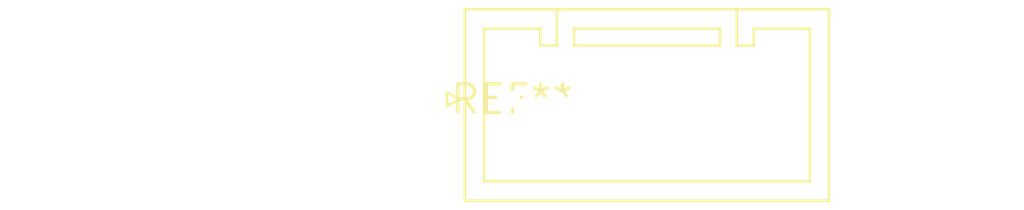
<source format=kicad_pcb>
(kicad_pcb (version 20240108) (generator pcbnew)
  (layers (0 "F.Cu" signal) (31 "B.Cu" signal) (34 "B.Paste" user) (35 "F.Paste" user) (36 "B.SilkS" user "B.Silkscreen") (37 "F.SilkS" user "F.Silkscreen") (38 "B.Mask" user) (39 "F.Mask" user) (44 "Edge.Cuts" user))
  (net 0 "")
  (footprint "JST_PUD_B14B-PUDSS_2x07_P2.00mm_Vertical" (layer "F.Cu") (at 0 0)
    (property "Reference" "REF**")
    (property "Value" "JST_PUD_B14B-PUDSS_2x07_P2.00mm_Vertical")
    (fp_line (start -2.91 -0.3) (end -2.31 0) (layer "F.SilkS") (stroke (width 0.12)))
    (fp_line (start -2.91 0.3) (end -2.91 -0.3) (layer "F.SilkS") (stroke (width 0.12)))
    (fp_line (start -2.31 0) (end -2.91 0.3) (layer "F.SilkS") (stroke (width 0.12)))
    (fp_line (start -2.11 -4.01) (end -2.11 4.51) (layer "F.SilkS") (stroke (width 0.12)))
    (fp_line (start -2.11 4.51) (end 14.11 4.51) (layer "F.SilkS") (stroke (width 0.12)))
    (fp_line (start -1.25 -3.15) (end -1.25 3.65) (layer "F.SilkS") (stroke (width 0.12)))
    (fp_line (start -1.25 3.65) (end 6 3.65) (layer "F.SilkS") (stroke (width 0.12)))
    (fp_line (start 1.25 -3.15) (end -1.25 -3.15) (layer "F.SilkS") (stroke (width 0.12)))
    (fp_line (start 1.25 -2.4) (end 1.25 -3.15) (layer "F.SilkS") (stroke (width 0.12)))
    (fp_line (start 2 -4.01) (end 2 -2.4) (layer "F.SilkS") (stroke (width 0.12)))
    (fp_line (start 2 -2.4) (end 1.25 -2.4) (layer "F.SilkS") (stroke (width 0.12)))
    (fp_line (start 2.75 -3.15) (end 2.75 -2.4) (layer "F.SilkS") (stroke (width 0.12)))
    (fp_line (start 2.75 -2.4) (end 9.25 -2.4) (layer "F.SilkS") (stroke (width 0.12)))
    (fp_line (start 9.25 -3.15) (end 2.75 -3.15) (layer "F.SilkS") (stroke (width 0.12)))
    (fp_line (start 9.25 -2.4) (end 9.25 -3.15) (layer "F.SilkS") (stroke (width 0.12)))
    (fp_line (start 10 -4.01) (end 10 -2.4) (layer "F.SilkS") (stroke (width 0.12)))
    (fp_line (start 10 -2.4) (end 10.75 -2.4) (layer "F.SilkS") (stroke (width 0.12)))
    (fp_line (start 10.75 -3.15) (end 13.25 -3.15) (layer "F.SilkS") (stroke (width 0.12)))
    (fp_line (start 10.75 -2.4) (end 10.75 -3.15) (layer "F.SilkS") (stroke (width 0.12)))
    (fp_line (start 13.25 -3.15) (end 13.25 3.65) (layer "F.SilkS") (stroke (width 0.12)))
    (fp_line (start 13.25 3.65) (end 6 3.65) (layer "F.SilkS") (stroke (width 0.12)))
    (fp_line (start 14.11 -4.01) (end -2.11 -4.01) (layer "F.SilkS") (stroke (width 0.12)))
    (fp_line (start 14.11 4.51) (end 14.11 -4.01) (layer "F.SilkS") (stroke (width 0.12)))
    (pad "1" thru_hole roundrect (at 0 0) (size 1.2 1.2) (drill 0.75) (layers *.Cu *.Mask) (remove_unused_layers) (roundrect_rratio 0.208333))
    (pad "2" thru_hole circle (at 0 2) (size 1.2 1.2) (drill 0.75) (layers *.Cu *.Mask) (remove_unused_layers))
    (pad "3" thru_hole circle (at 2 0) (size 1.2 1.2) (drill 0.75) (layers *.Cu *.Mask) (remove_unused_layers))
    (pad "4" thru_hole circle (at 2 2) (size 1.2 1.2) (drill 0.75) (layers *.Cu *.Mask) (remove_unused_layers))
    (pad "5" thru_hole circle (at 4 0) (size 1.2 1.2) (drill 0.75) (layers *.Cu *.Mask) (remove_unused_layers))
    (pad "6" thru_hole circle (at 4 2) (size 1.2 1.2) (drill 0.75) (layers *.Cu *.Mask) (remove_unused_layers))
    (pad "7" thru_hole circle (at 6 0) (size 1.2 1.2) (drill 0.75) (layers *.Cu *.Mask) (remove_unused_layers))
    (pad "8" thru_hole circle (at 6 2) (size 1.2 1.2) (drill 0.75) (layers *.Cu *.Mask) (remove_unused_layers))
    (pad "9" thru_hole circle (at 8 0) (size 1.2 1.2) (drill 0.75) (layers *.Cu *.Mask) (remove_unused_layers))
    (pad "10" thru_hole circle (at 8 2) (size 1.2 1.2) (drill 0.75) (layers *.Cu *.Mask) (remove_unused_layers))
    (pad "11" thru_hole circle (at 10 0) (size 1.2 1.2) (drill 0.75) (layers *.Cu *.Mask) (remove_unused_layers))
    (pad "12" thru_hole circle (at 10 2) (size 1.2 1.2) (drill 0.75) (layers *.Cu *.Mask) (remove_unused_layers))
    (pad "13" thru_hole circle (at 12 0) (size 1.2 1.2) (drill 0.75) (layers *.Cu *.Mask) (remove_unused_layers))
    (pad "14" thru_hole circle (at 12 2) (size 1.2 1.2) (drill 0.75) (layers *.Cu *.Mask) (remove_unused_layers))
  )
)
</source>
